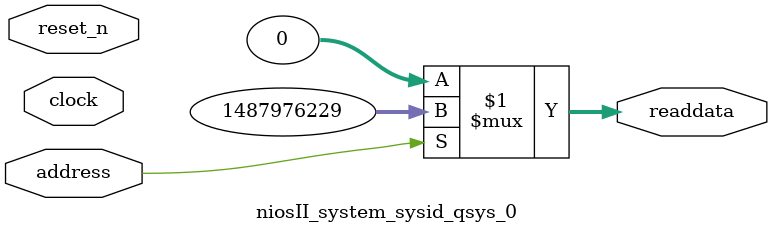
<source format=v>

`timescale 1ns / 1ps
// synthesis translate_on

// turn off superfluous verilog processor warnings 
// altera message_level Level1 
// altera message_off 10034 10035 10036 10037 10230 10240 10030 

module niosII_system_sysid_qsys_0 (
               // inputs:
                address,
                clock,
                reset_n,

               // outputs:
                readdata
             )
;

  output  [ 31: 0] readdata;
  input            address;
  input            clock;
  input            reset_n;

  wire    [ 31: 0] readdata;
  //control_slave, which is an e_avalon_slave
  assign readdata = address ? 1487976229 : 0;

endmodule




</source>
